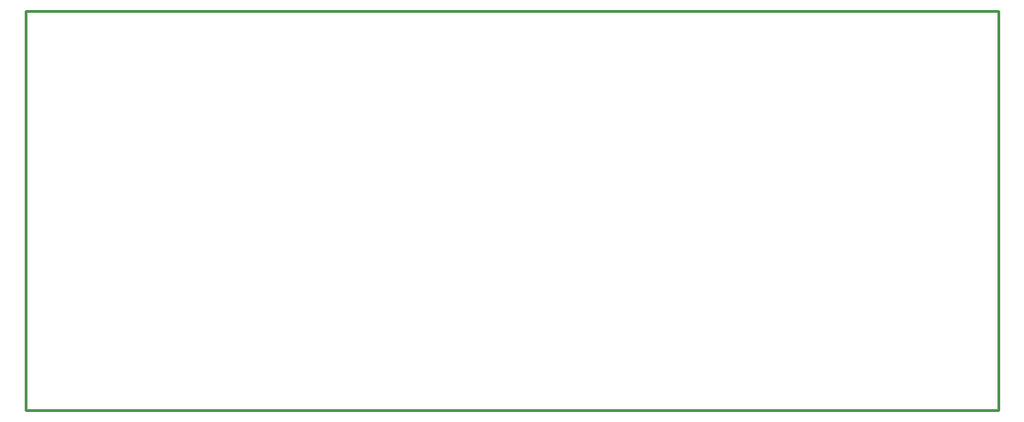
<source format=gko>
G04 Layer: BoardOutlineLayer*
G04 EasyEDA v6.5.29, 2023-07-14 15:37:15*
G04 db832162b2324ea39ecaeeaa3fe534e0,1e4d668faf9c44eeab1497739a8aa4b2,10*
G04 Gerber Generator version 0.2*
G04 Scale: 100 percent, Rotated: No, Reflected: No *
G04 Dimensions in millimeters *
G04 leading zeros omitted , absolute positions ,4 integer and 5 decimal *
%FSLAX45Y45*%
%MOMM*%

%ADD10C,0.2540*%
D10*
X12499Y12499D02*
G01*
X9012471Y12499D01*
X12499Y3712491D02*
G01*
X12499Y12499D01*
X9012506Y12499D02*
G01*
X9012506Y3712491D01*
X9012506Y3712504D02*
G01*
X12537Y3712504D01*

%LPD*%
M02*

</source>
